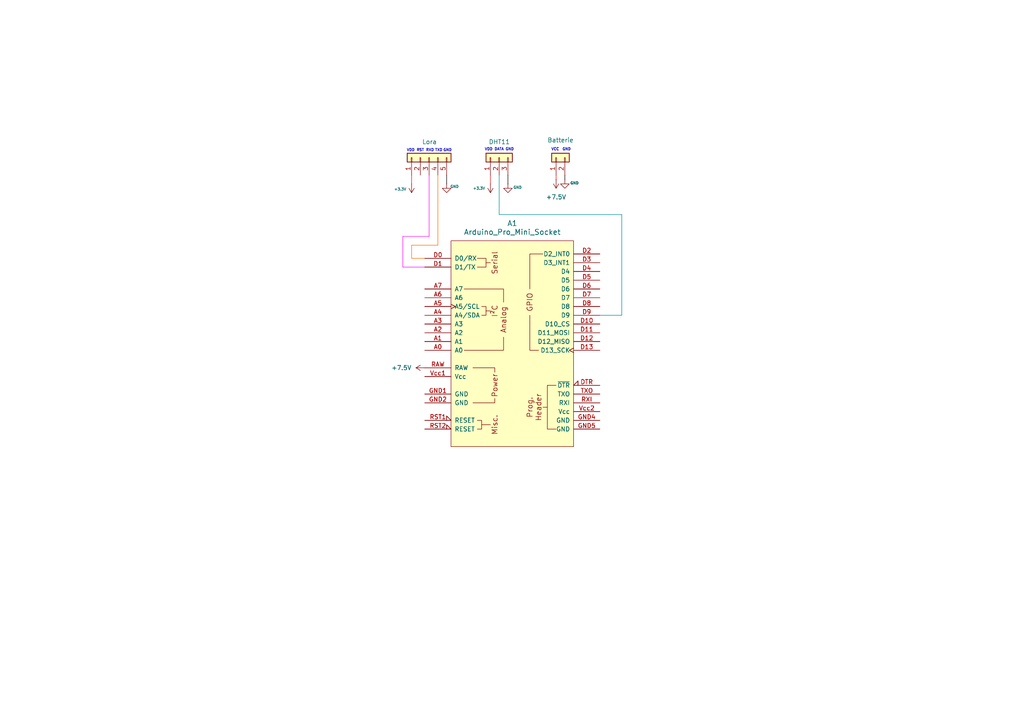
<source format=kicad_sch>
(kicad_sch
	(version 20250114)
	(generator "eeschema")
	(generator_version "9.0")
	(uuid "7caf8978-ebce-4730-ad25-e61529cd09d7")
	(paper "A4")
	(lib_symbols
		(symbol "Connector_Generic:Conn_01x02"
			(pin_names
				(offset 1.016)
				(hide yes)
			)
			(exclude_from_sim no)
			(in_bom yes)
			(on_board yes)
			(property "Reference" "J"
				(at 0 2.54 0)
				(effects
					(font
						(size 1.27 1.27)
					)
				)
			)
			(property "Value" "Conn_01x02"
				(at 0 -5.08 0)
				(effects
					(font
						(size 1.27 1.27)
					)
				)
			)
			(property "Footprint" ""
				(at 0 0 0)
				(effects
					(font
						(size 1.27 1.27)
					)
					(hide yes)
				)
			)
			(property "Datasheet" "~"
				(at 0 0 0)
				(effects
					(font
						(size 1.27 1.27)
					)
					(hide yes)
				)
			)
			(property "Description" "Generic connector, single row, 01x02, script generated (kicad-library-utils/schlib/autogen/connector/)"
				(at 0 0 0)
				(effects
					(font
						(size 1.27 1.27)
					)
					(hide yes)
				)
			)
			(property "ki_keywords" "connector"
				(at 0 0 0)
				(effects
					(font
						(size 1.27 1.27)
					)
					(hide yes)
				)
			)
			(property "ki_fp_filters" "Connector*:*_1x??_*"
				(at 0 0 0)
				(effects
					(font
						(size 1.27 1.27)
					)
					(hide yes)
				)
			)
			(symbol "Conn_01x02_1_1"
				(rectangle
					(start -1.27 1.27)
					(end 1.27 -3.81)
					(stroke
						(width 0.254)
						(type default)
					)
					(fill
						(type background)
					)
				)
				(rectangle
					(start -1.27 0.127)
					(end 0 -0.127)
					(stroke
						(width 0.1524)
						(type default)
					)
					(fill
						(type none)
					)
				)
				(rectangle
					(start -1.27 -2.413)
					(end 0 -2.667)
					(stroke
						(width 0.1524)
						(type default)
					)
					(fill
						(type none)
					)
				)
				(pin passive line
					(at -5.08 0 0)
					(length 3.81)
					(name "Pin_1"
						(effects
							(font
								(size 1.27 1.27)
							)
						)
					)
					(number "1"
						(effects
							(font
								(size 1.27 1.27)
							)
						)
					)
				)
				(pin passive line
					(at -5.08 -2.54 0)
					(length 3.81)
					(name "Pin_2"
						(effects
							(font
								(size 1.27 1.27)
							)
						)
					)
					(number "2"
						(effects
							(font
								(size 1.27 1.27)
							)
						)
					)
				)
			)
			(embedded_fonts no)
		)
		(symbol "Connector_Generic:Conn_01x03"
			(pin_names
				(offset 1.016)
				(hide yes)
			)
			(exclude_from_sim no)
			(in_bom yes)
			(on_board yes)
			(property "Reference" "J"
				(at 0 5.08 0)
				(effects
					(font
						(size 1.27 1.27)
					)
				)
			)
			(property "Value" "Conn_01x03"
				(at 0 -5.08 0)
				(effects
					(font
						(size 1.27 1.27)
					)
				)
			)
			(property "Footprint" ""
				(at 0 0 0)
				(effects
					(font
						(size 1.27 1.27)
					)
					(hide yes)
				)
			)
			(property "Datasheet" "~"
				(at 0 0 0)
				(effects
					(font
						(size 1.27 1.27)
					)
					(hide yes)
				)
			)
			(property "Description" "Generic connector, single row, 01x03, script generated (kicad-library-utils/schlib/autogen/connector/)"
				(at 0 0 0)
				(effects
					(font
						(size 1.27 1.27)
					)
					(hide yes)
				)
			)
			(property "ki_keywords" "connector"
				(at 0 0 0)
				(effects
					(font
						(size 1.27 1.27)
					)
					(hide yes)
				)
			)
			(property "ki_fp_filters" "Connector*:*_1x??_*"
				(at 0 0 0)
				(effects
					(font
						(size 1.27 1.27)
					)
					(hide yes)
				)
			)
			(symbol "Conn_01x03_1_1"
				(rectangle
					(start -1.27 3.81)
					(end 1.27 -3.81)
					(stroke
						(width 0.254)
						(type default)
					)
					(fill
						(type background)
					)
				)
				(rectangle
					(start -1.27 2.667)
					(end 0 2.413)
					(stroke
						(width 0.1524)
						(type default)
					)
					(fill
						(type none)
					)
				)
				(rectangle
					(start -1.27 0.127)
					(end 0 -0.127)
					(stroke
						(width 0.1524)
						(type default)
					)
					(fill
						(type none)
					)
				)
				(rectangle
					(start -1.27 -2.413)
					(end 0 -2.667)
					(stroke
						(width 0.1524)
						(type default)
					)
					(fill
						(type none)
					)
				)
				(pin passive line
					(at -5.08 2.54 0)
					(length 3.81)
					(name "Pin_1"
						(effects
							(font
								(size 1.27 1.27)
							)
						)
					)
					(number "1"
						(effects
							(font
								(size 1.27 1.27)
							)
						)
					)
				)
				(pin passive line
					(at -5.08 0 0)
					(length 3.81)
					(name "Pin_2"
						(effects
							(font
								(size 1.27 1.27)
							)
						)
					)
					(number "2"
						(effects
							(font
								(size 1.27 1.27)
							)
						)
					)
				)
				(pin passive line
					(at -5.08 -2.54 0)
					(length 3.81)
					(name "Pin_3"
						(effects
							(font
								(size 1.27 1.27)
							)
						)
					)
					(number "3"
						(effects
							(font
								(size 1.27 1.27)
							)
						)
					)
				)
			)
			(embedded_fonts no)
		)
		(symbol "Connector_Generic:Conn_01x05"
			(pin_names
				(offset 1.016)
				(hide yes)
			)
			(exclude_from_sim no)
			(in_bom yes)
			(on_board yes)
			(property "Reference" "J"
				(at 0 7.62 0)
				(effects
					(font
						(size 1.27 1.27)
					)
				)
			)
			(property "Value" "Conn_01x05"
				(at 0 -7.62 0)
				(effects
					(font
						(size 1.27 1.27)
					)
				)
			)
			(property "Footprint" ""
				(at 0 0 0)
				(effects
					(font
						(size 1.27 1.27)
					)
					(hide yes)
				)
			)
			(property "Datasheet" "~"
				(at 0 0 0)
				(effects
					(font
						(size 1.27 1.27)
					)
					(hide yes)
				)
			)
			(property "Description" "Generic connector, single row, 01x05, script generated (kicad-library-utils/schlib/autogen/connector/)"
				(at 0 0 0)
				(effects
					(font
						(size 1.27 1.27)
					)
					(hide yes)
				)
			)
			(property "ki_keywords" "connector"
				(at 0 0 0)
				(effects
					(font
						(size 1.27 1.27)
					)
					(hide yes)
				)
			)
			(property "ki_fp_filters" "Connector*:*_1x??_*"
				(at 0 0 0)
				(effects
					(font
						(size 1.27 1.27)
					)
					(hide yes)
				)
			)
			(symbol "Conn_01x05_1_1"
				(rectangle
					(start -1.27 6.35)
					(end 1.27 -6.35)
					(stroke
						(width 0.254)
						(type default)
					)
					(fill
						(type background)
					)
				)
				(rectangle
					(start -1.27 5.207)
					(end 0 4.953)
					(stroke
						(width 0.1524)
						(type default)
					)
					(fill
						(type none)
					)
				)
				(rectangle
					(start -1.27 2.667)
					(end 0 2.413)
					(stroke
						(width 0.1524)
						(type default)
					)
					(fill
						(type none)
					)
				)
				(rectangle
					(start -1.27 0.127)
					(end 0 -0.127)
					(stroke
						(width 0.1524)
						(type default)
					)
					(fill
						(type none)
					)
				)
				(rectangle
					(start -1.27 -2.413)
					(end 0 -2.667)
					(stroke
						(width 0.1524)
						(type default)
					)
					(fill
						(type none)
					)
				)
				(rectangle
					(start -1.27 -4.953)
					(end 0 -5.207)
					(stroke
						(width 0.1524)
						(type default)
					)
					(fill
						(type none)
					)
				)
				(pin passive line
					(at -5.08 5.08 0)
					(length 3.81)
					(name "Pin_1"
						(effects
							(font
								(size 1.27 1.27)
							)
						)
					)
					(number "1"
						(effects
							(font
								(size 1.27 1.27)
							)
						)
					)
				)
				(pin passive line
					(at -5.08 2.54 0)
					(length 3.81)
					(name "Pin_2"
						(effects
							(font
								(size 1.27 1.27)
							)
						)
					)
					(number "2"
						(effects
							(font
								(size 1.27 1.27)
							)
						)
					)
				)
				(pin passive line
					(at -5.08 0 0)
					(length 3.81)
					(name "Pin_3"
						(effects
							(font
								(size 1.27 1.27)
							)
						)
					)
					(number "3"
						(effects
							(font
								(size 1.27 1.27)
							)
						)
					)
				)
				(pin passive line
					(at -5.08 -2.54 0)
					(length 3.81)
					(name "Pin_4"
						(effects
							(font
								(size 1.27 1.27)
							)
						)
					)
					(number "4"
						(effects
							(font
								(size 1.27 1.27)
							)
						)
					)
				)
				(pin passive line
					(at -5.08 -5.08 0)
					(length 3.81)
					(name "Pin_5"
						(effects
							(font
								(size 1.27 1.27)
							)
						)
					)
					(number "5"
						(effects
							(font
								(size 1.27 1.27)
							)
						)
					)
				)
			)
			(embedded_fonts no)
		)
		(symbol "arduino:Arduino_Pro_Mini_Socket"
			(pin_names
				(offset 1.016)
			)
			(exclude_from_sim no)
			(in_bom yes)
			(on_board yes)
			(property "Reference" "A"
				(at 0 36.83 0)
				(effects
					(font
						(size 1.524 1.524)
					)
				)
			)
			(property "Value" "Arduino_Pro_Mini_Socket"
				(at 0 33.02 0)
				(effects
					(font
						(size 1.524 1.524)
					)
				)
			)
			(property "Footprint" "PCM_arduino-library:Arduino_Pro_Mini_Socket"
				(at 0 -36.83 0)
				(effects
					(font
						(size 1.524 1.524)
					)
					(hide yes)
				)
			)
			(property "Datasheet" "https://docs.arduino.cc/retired/boards/arduino-pro-mini"
				(at 0 -33.02 0)
				(effects
					(font
						(size 1.524 1.524)
					)
					(hide yes)
				)
			)
			(property "Description" "Socket for Arduino Pro Mini"
				(at 0 0 0)
				(effects
					(font
						(size 1.27 1.27)
					)
					(hide yes)
				)
			)
			(property "ki_keywords" "Arduino MPU Shield"
				(at 0 0 0)
				(effects
					(font
						(size 1.27 1.27)
					)
					(hide yes)
				)
			)
			(property "ki_fp_filters" "Arduino_Pro_Mini_Socket"
				(at 0 0 0)
				(effects
					(font
						(size 1.27 1.27)
					)
					(hide yes)
				)
			)
			(symbol "Arduino_Pro_Mini_Socket_0_0"
				(rectangle
					(start -17.78 30.48)
					(end 17.78 -29.21)
					(stroke
						(width 0)
						(type default)
					)
					(fill
						(type background)
					)
				)
				(polyline
					(pts
						(xy -11.43 -16.51) (xy -5.08 -16.51) (xy -5.08 -15.24)
					)
					(stroke
						(width 0)
						(type default)
					)
					(fill
						(type none)
					)
				)
				(polyline
					(pts
						(xy -10.16 25.4) (xy -7.62 25.4) (xy -7.62 22.86) (xy -10.16 22.86)
					)
					(stroke
						(width 0)
						(type default)
					)
					(fill
						(type none)
					)
				)
				(polyline
					(pts
						(xy -8.89 11.43) (xy -7.62 11.43) (xy -7.62 8.89) (xy -8.89 8.89)
					)
					(stroke
						(width 0)
						(type default)
					)
					(fill
						(type none)
					)
				)
				(polyline
					(pts
						(xy -7.62 24.13) (xy -6.35 24.13)
					)
					(stroke
						(width 0)
						(type default)
					)
					(fill
						(type none)
					)
				)
				(polyline
					(pts
						(xy -7.62 10.16) (xy -6.35 10.16)
					)
					(stroke
						(width 0)
						(type default)
					)
					(fill
						(type none)
					)
				)
				(polyline
					(pts
						(xy -6.35 -22.86) (xy -8.89 -22.86)
					)
					(stroke
						(width 0)
						(type default)
					)
					(fill
						(type none)
					)
				)
				(polyline
					(pts
						(xy -5.08 -7.62) (xy -5.08 -6.35) (xy -11.43 -6.35)
					)
					(stroke
						(width 0)
						(type default)
					)
					(fill
						(type none)
					)
				)
				(polyline
					(pts
						(xy -2.54 12.7) (xy -2.54 16.51) (xy -13.97 16.51)
					)
					(stroke
						(width 0)
						(type default)
					)
					(fill
						(type none)
					)
				)
				(polyline
					(pts
						(xy -2.54 2.54) (xy -2.54 -1.27) (xy -13.97 -1.27)
					)
					(stroke
						(width 0)
						(type default)
					)
					(fill
						(type none)
					)
				)
				(polyline
					(pts
						(xy 12.7 -11.43) (xy 10.16 -11.43) (xy 10.16 -16.51) (xy 10.16 -17.78) (xy 8.89 -17.78) (xy 10.16 -17.78)
						(xy 10.16 -24.13) (xy 12.7 -24.13)
					)
					(stroke
						(width 0)
						(type default)
					)
					(fill
						(type none)
					)
				)
				(text "Serial"
					(at -5.08 24.13 900)
					(effects
						(font
							(size 1.524 1.524)
						)
					)
				)
				(text "I²C"
					(at -5.08 10.16 900)
					(effects
						(font
							(size 1.524 1.524)
						)
					)
				)
				(text "Power"
					(at -5.08 -11.43 900)
					(effects
						(font
							(size 1.524 1.524)
						)
					)
				)
				(text "Misc."
					(at -5.08 -22.86 900)
					(effects
						(font
							(size 1.524 1.524)
						)
					)
				)
				(text "Analog"
					(at -2.54 7.62 900)
					(effects
						(font
							(size 1.524 1.524)
						)
					)
				)
				(text "Prog."
					(at 5.08 -17.78 900)
					(effects
						(font
							(size 1.524 1.524)
						)
					)
				)
				(text "Header"
					(at 7.62 -17.78 900)
					(effects
						(font
							(size 1.524 1.524)
						)
					)
				)
			)
			(symbol "Arduino_Pro_Mini_Socket_0_1"
				(polyline
					(pts
						(xy -10.16 -24.13) (xy -8.89 -24.13) (xy -8.89 -21.59) (xy -10.16 -21.59)
					)
					(stroke
						(width 0)
						(type default)
					)
					(fill
						(type none)
					)
				)
				(polyline
					(pts
						(xy 7.62 -1.27) (xy 5.08 -1.27) (xy 5.08 8.89)
					)
					(stroke
						(width 0)
						(type default)
					)
					(fill
						(type none)
					)
				)
				(polyline
					(pts
						(xy 8.89 26.67) (xy 5.08 26.67) (xy 5.08 16.51)
					)
					(stroke
						(width 0)
						(type default)
					)
					(fill
						(type none)
					)
				)
			)
			(symbol "Arduino_Pro_Mini_Socket_1_0"
				(text "GPIO"
					(at 5.08 12.7 900)
					(effects
						(font
							(size 1.524 1.524)
						)
					)
				)
			)
			(symbol "Arduino_Pro_Mini_Socket_1_1"
				(pin bidirectional line
					(at -25.4 25.4 0)
					(length 7.62)
					(name "D0/RX"
						(effects
							(font
								(size 1.27 1.27)
							)
						)
					)
					(number "D0"
						(effects
							(font
								(size 1.27 1.27)
							)
						)
					)
				)
				(pin bidirectional line
					(at -25.4 22.86 0)
					(length 7.62)
					(name "D1/TX"
						(effects
							(font
								(size 1.27 1.27)
							)
						)
					)
					(number "D1"
						(effects
							(font
								(size 1.27 1.27)
							)
						)
					)
				)
				(pin input line
					(at -25.4 16.51 0)
					(length 7.62)
					(name "A7"
						(effects
							(font
								(size 1.27 1.27)
							)
						)
					)
					(number "A7"
						(effects
							(font
								(size 1.27 1.27)
							)
						)
					)
				)
				(pin input line
					(at -25.4 13.97 0)
					(length 7.62)
					(name "A6"
						(effects
							(font
								(size 1.27 1.27)
							)
						)
					)
					(number "A6"
						(effects
							(font
								(size 1.27 1.27)
							)
						)
					)
				)
				(pin bidirectional clock
					(at -25.4 11.43 0)
					(length 7.62)
					(name "A5/SCL"
						(effects
							(font
								(size 1.27 1.27)
							)
						)
					)
					(number "A5"
						(effects
							(font
								(size 1.27 1.27)
							)
						)
					)
				)
				(pin bidirectional line
					(at -25.4 8.89 0)
					(length 7.62)
					(name "A4/SDA"
						(effects
							(font
								(size 1.27 1.27)
							)
						)
					)
					(number "A4"
						(effects
							(font
								(size 1.27 1.27)
							)
						)
					)
				)
				(pin bidirectional line
					(at -25.4 6.35 0)
					(length 7.62)
					(name "A3"
						(effects
							(font
								(size 1.27 1.27)
							)
						)
					)
					(number "A3"
						(effects
							(font
								(size 1.27 1.27)
							)
						)
					)
				)
				(pin bidirectional line
					(at -25.4 3.81 0)
					(length 7.62)
					(name "A2"
						(effects
							(font
								(size 1.27 1.27)
							)
						)
					)
					(number "A2"
						(effects
							(font
								(size 1.27 1.27)
							)
						)
					)
				)
				(pin bidirectional line
					(at -25.4 1.27 0)
					(length 7.62)
					(name "A1"
						(effects
							(font
								(size 1.27 1.27)
							)
						)
					)
					(number "A1"
						(effects
							(font
								(size 1.27 1.27)
							)
						)
					)
				)
				(pin bidirectional line
					(at -25.4 -1.27 0)
					(length 7.62)
					(name "A0"
						(effects
							(font
								(size 1.27 1.27)
							)
						)
					)
					(number "A0"
						(effects
							(font
								(size 1.27 1.27)
							)
						)
					)
				)
				(pin power_in line
					(at -25.4 -6.35 0)
					(length 7.62)
					(name "RAW"
						(effects
							(font
								(size 1.27 1.27)
							)
						)
					)
					(number "RAW"
						(effects
							(font
								(size 1.27 1.27)
							)
						)
					)
				)
				(pin power_in line
					(at -25.4 -8.89 0)
					(length 7.62)
					(name "Vcc"
						(effects
							(font
								(size 1.27 1.27)
							)
						)
					)
					(number "Vcc1"
						(effects
							(font
								(size 1.27 1.27)
							)
						)
					)
				)
				(pin power_in line
					(at -25.4 -13.97 0)
					(length 7.62)
					(name "GND"
						(effects
							(font
								(size 1.27 1.27)
							)
						)
					)
					(number "GND1"
						(effects
							(font
								(size 1.27 1.27)
							)
						)
					)
				)
				(pin power_in line
					(at -25.4 -16.51 0)
					(length 7.62)
					(name "GND"
						(effects
							(font
								(size 1.27 1.27)
							)
						)
					)
					(number "GND2"
						(effects
							(font
								(size 1.27 1.27)
							)
						)
					)
				)
				(pin open_collector input_low
					(at -25.4 -21.59 0)
					(length 7.62)
					(name "RESET"
						(effects
							(font
								(size 1.27 1.27)
							)
						)
					)
					(number "RST1"
						(effects
							(font
								(size 1.27 1.27)
							)
						)
					)
				)
				(pin open_collector input_low
					(at -25.4 -24.13 0)
					(length 7.62)
					(name "RESET"
						(effects
							(font
								(size 1.27 1.27)
							)
						)
					)
					(number "RST2"
						(effects
							(font
								(size 1.27 1.27)
							)
						)
					)
				)
				(pin bidirectional line
					(at 25.4 26.67 180)
					(length 7.62)
					(name "D2_INT0"
						(effects
							(font
								(size 1.27 1.27)
							)
						)
					)
					(number "D2"
						(effects
							(font
								(size 1.27 1.27)
							)
						)
					)
				)
				(pin bidirectional line
					(at 25.4 24.13 180)
					(length 7.62)
					(name "D3_INT1"
						(effects
							(font
								(size 1.27 1.27)
							)
						)
					)
					(number "D3"
						(effects
							(font
								(size 1.27 1.27)
							)
						)
					)
				)
				(pin bidirectional line
					(at 25.4 21.59 180)
					(length 7.62)
					(name "D4"
						(effects
							(font
								(size 1.27 1.27)
							)
						)
					)
					(number "D4"
						(effects
							(font
								(size 1.27 1.27)
							)
						)
					)
				)
				(pin bidirectional line
					(at 25.4 19.05 180)
					(length 7.62)
					(name "D5"
						(effects
							(font
								(size 1.27 1.27)
							)
						)
					)
					(number "D5"
						(effects
							(font
								(size 1.27 1.27)
							)
						)
					)
				)
				(pin bidirectional line
					(at 25.4 16.51 180)
					(length 7.62)
					(name "D6"
						(effects
							(font
								(size 1.27 1.27)
							)
						)
					)
					(number "D6"
						(effects
							(font
								(size 1.27 1.27)
							)
						)
					)
				)
				(pin bidirectional line
					(at 25.4 13.97 180)
					(length 7.62)
					(name "D7"
						(effects
							(font
								(size 1.27 1.27)
							)
						)
					)
					(number "D7"
						(effects
							(font
								(size 1.27 1.27)
							)
						)
					)
				)
				(pin bidirectional line
					(at 25.4 11.43 180)
					(length 7.62)
					(name "D8"
						(effects
							(font
								(size 1.27 1.27)
							)
						)
					)
					(number "D8"
						(effects
							(font
								(size 1.27 1.27)
							)
						)
					)
				)
				(pin bidirectional line
					(at 25.4 8.89 180)
					(length 7.62)
					(name "D9"
						(effects
							(font
								(size 1.27 1.27)
							)
						)
					)
					(number "D9"
						(effects
							(font
								(size 1.27 1.27)
							)
						)
					)
				)
				(pin bidirectional line
					(at 25.4 6.35 180)
					(length 7.62)
					(name "D10_CS"
						(effects
							(font
								(size 1.27 1.27)
							)
						)
					)
					(number "D10"
						(effects
							(font
								(size 1.27 1.27)
							)
						)
					)
				)
				(pin bidirectional line
					(at 25.4 3.81 180)
					(length 7.62)
					(name "D11_MOSI"
						(effects
							(font
								(size 1.27 1.27)
							)
						)
					)
					(number "D11"
						(effects
							(font
								(size 1.27 1.27)
							)
						)
					)
				)
				(pin bidirectional line
					(at 25.4 1.27 180)
					(length 7.62)
					(name "D12_MISO"
						(effects
							(font
								(size 1.27 1.27)
							)
						)
					)
					(number "D12"
						(effects
							(font
								(size 1.27 1.27)
							)
						)
					)
				)
				(pin bidirectional clock
					(at 25.4 -1.27 180)
					(length 7.62)
					(name "D13_SCK"
						(effects
							(font
								(size 1.27 1.27)
							)
						)
					)
					(number "D13"
						(effects
							(font
								(size 1.27 1.27)
							)
						)
					)
				)
				(pin input input_low
					(at 25.4 -11.43 180)
					(length 7.62)
					(name "~{DTR}"
						(effects
							(font
								(size 1.27 1.27)
							)
						)
					)
					(number "DTR"
						(effects
							(font
								(size 1.27 1.27)
							)
						)
					)
				)
				(pin output line
					(at 25.4 -13.97 180)
					(length 7.62)
					(name "TXO"
						(effects
							(font
								(size 1.27 1.27)
							)
						)
					)
					(number "TXO"
						(effects
							(font
								(size 1.27 1.27)
							)
						)
					)
				)
				(pin input line
					(at 25.4 -16.51 180)
					(length 7.62)
					(name "RXI"
						(effects
							(font
								(size 1.27 1.27)
							)
						)
					)
					(number "RXI"
						(effects
							(font
								(size 1.27 1.27)
							)
						)
					)
				)
				(pin power_in line
					(at 25.4 -19.05 180)
					(length 7.62)
					(name "Vcc"
						(effects
							(font
								(size 1.27 1.27)
							)
						)
					)
					(number "Vcc2"
						(effects
							(font
								(size 1.27 1.27)
							)
						)
					)
				)
				(pin power_in line
					(at 25.4 -21.59 180)
					(length 7.62)
					(name "GND"
						(effects
							(font
								(size 1.27 1.27)
							)
						)
					)
					(number "GND4"
						(effects
							(font
								(size 1.27 1.27)
							)
						)
					)
				)
				(pin power_in line
					(at 25.4 -24.13 180)
					(length 7.62)
					(name "GND"
						(effects
							(font
								(size 1.27 1.27)
							)
						)
					)
					(number "GND5"
						(effects
							(font
								(size 1.27 1.27)
							)
						)
					)
				)
			)
			(embedded_fonts no)
		)
		(symbol "power:+3.3V"
			(power)
			(pin_numbers
				(hide yes)
			)
			(pin_names
				(offset 0)
				(hide yes)
			)
			(exclude_from_sim no)
			(in_bom yes)
			(on_board yes)
			(property "Reference" "#PWR"
				(at 0 -3.81 0)
				(effects
					(font
						(size 1.27 1.27)
					)
					(hide yes)
				)
			)
			(property "Value" "+3.3V"
				(at 0 3.556 0)
				(effects
					(font
						(size 1.27 1.27)
					)
				)
			)
			(property "Footprint" ""
				(at 0 0 0)
				(effects
					(font
						(size 1.27 1.27)
					)
					(hide yes)
				)
			)
			(property "Datasheet" ""
				(at 0 0 0)
				(effects
					(font
						(size 1.27 1.27)
					)
					(hide yes)
				)
			)
			(property "Description" "Power symbol creates a global label with name \"+3.3V\""
				(at 0 0 0)
				(effects
					(font
						(size 1.27 1.27)
					)
					(hide yes)
				)
			)
			(property "ki_keywords" "global power"
				(at 0 0 0)
				(effects
					(font
						(size 1.27 1.27)
					)
					(hide yes)
				)
			)
			(symbol "+3.3V_0_1"
				(polyline
					(pts
						(xy -0.762 1.27) (xy 0 2.54)
					)
					(stroke
						(width 0)
						(type default)
					)
					(fill
						(type none)
					)
				)
				(polyline
					(pts
						(xy 0 2.54) (xy 0.762 1.27)
					)
					(stroke
						(width 0)
						(type default)
					)
					(fill
						(type none)
					)
				)
				(polyline
					(pts
						(xy 0 0) (xy 0 2.54)
					)
					(stroke
						(width 0)
						(type default)
					)
					(fill
						(type none)
					)
				)
			)
			(symbol "+3.3V_1_1"
				(pin power_in line
					(at 0 0 90)
					(length 0)
					(name "~"
						(effects
							(font
								(size 1.27 1.27)
							)
						)
					)
					(number "1"
						(effects
							(font
								(size 1.27 1.27)
							)
						)
					)
				)
			)
			(embedded_fonts no)
		)
		(symbol "power:+7.5V"
			(power)
			(pin_numbers
				(hide yes)
			)
			(pin_names
				(offset 0)
				(hide yes)
			)
			(exclude_from_sim no)
			(in_bom yes)
			(on_board yes)
			(property "Reference" "#PWR"
				(at 0 -3.81 0)
				(effects
					(font
						(size 1.27 1.27)
					)
					(hide yes)
				)
			)
			(property "Value" "+7.5V"
				(at 0 3.556 0)
				(effects
					(font
						(size 1.27 1.27)
					)
				)
			)
			(property "Footprint" ""
				(at 0 0 0)
				(effects
					(font
						(size 1.27 1.27)
					)
					(hide yes)
				)
			)
			(property "Datasheet" ""
				(at 0 0 0)
				(effects
					(font
						(size 1.27 1.27)
					)
					(hide yes)
				)
			)
			(property "Description" "Power symbol creates a global label with name \"+7.5V\""
				(at 0 0 0)
				(effects
					(font
						(size 1.27 1.27)
					)
					(hide yes)
				)
			)
			(property "ki_keywords" "global power"
				(at 0 0 0)
				(effects
					(font
						(size 1.27 1.27)
					)
					(hide yes)
				)
			)
			(symbol "+7.5V_0_1"
				(polyline
					(pts
						(xy -0.762 1.27) (xy 0 2.54)
					)
					(stroke
						(width 0)
						(type default)
					)
					(fill
						(type none)
					)
				)
				(polyline
					(pts
						(xy 0 2.54) (xy 0.762 1.27)
					)
					(stroke
						(width 0)
						(type default)
					)
					(fill
						(type none)
					)
				)
				(polyline
					(pts
						(xy 0 0) (xy 0 2.54)
					)
					(stroke
						(width 0)
						(type default)
					)
					(fill
						(type none)
					)
				)
			)
			(symbol "+7.5V_1_1"
				(pin power_in line
					(at 0 0 90)
					(length 0)
					(name "~"
						(effects
							(font
								(size 1.27 1.27)
							)
						)
					)
					(number "1"
						(effects
							(font
								(size 1.27 1.27)
							)
						)
					)
				)
			)
			(embedded_fonts no)
		)
		(symbol "power:GND"
			(power)
			(pin_numbers
				(hide yes)
			)
			(pin_names
				(offset 0)
				(hide yes)
			)
			(exclude_from_sim no)
			(in_bom yes)
			(on_board yes)
			(property "Reference" "#PWR"
				(at 0 -6.35 0)
				(effects
					(font
						(size 1.27 1.27)
					)
					(hide yes)
				)
			)
			(property "Value" "GND"
				(at 0 -3.81 0)
				(effects
					(font
						(size 1.27 1.27)
					)
				)
			)
			(property "Footprint" ""
				(at 0 0 0)
				(effects
					(font
						(size 1.27 1.27)
					)
					(hide yes)
				)
			)
			(property "Datasheet" ""
				(at 0 0 0)
				(effects
					(font
						(size 1.27 1.27)
					)
					(hide yes)
				)
			)
			(property "Description" "Power symbol creates a global label with name \"GND\" , ground"
				(at 0 0 0)
				(effects
					(font
						(size 1.27 1.27)
					)
					(hide yes)
				)
			)
			(property "ki_keywords" "global power"
				(at 0 0 0)
				(effects
					(font
						(size 1.27 1.27)
					)
					(hide yes)
				)
			)
			(symbol "GND_0_1"
				(polyline
					(pts
						(xy 0 0) (xy 0 -1.27) (xy 1.27 -1.27) (xy 0 -2.54) (xy -1.27 -1.27) (xy 0 -1.27)
					)
					(stroke
						(width 0)
						(type default)
					)
					(fill
						(type none)
					)
				)
			)
			(symbol "GND_1_1"
				(pin power_in line
					(at 0 0 270)
					(length 0)
					(name "~"
						(effects
							(font
								(size 1.27 1.27)
							)
						)
					)
					(number "1"
						(effects
							(font
								(size 1.27 1.27)
							)
						)
					)
				)
			)
			(embedded_fonts no)
		)
	)
	(text "VCC"
		(exclude_from_sim no)
		(at 161.036 43.434 0)
		(effects
			(font
				(size 0.762 0.762)
			)
		)
		(uuid "023a021c-15ad-495e-a8fc-f65a78399792")
	)
	(text "GND"
		(exclude_from_sim no)
		(at 147.828 43.434 0)
		(effects
			(font
				(size 0.762 0.762)
			)
		)
		(uuid "0cd5b9c1-35c1-401b-ad3e-64b946a078ae")
	)
	(text "TXD"
		(exclude_from_sim no)
		(at 127.254 43.688 0)
		(effects
			(font
				(size 0.762 0.762)
			)
		)
		(uuid "46e917e5-f05d-4426-91e7-91c612ece025")
	)
	(text "GND\n"
		(exclude_from_sim no)
		(at 129.794 43.688 0)
		(effects
			(font
				(size 0.762 0.762)
			)
		)
		(uuid "68d7ec9e-c1f7-45f8-b104-69bf8db1b221")
	)
	(text "VDD"
		(exclude_from_sim no)
		(at 141.732 43.434 0)
		(effects
			(font
				(size 0.762 0.762)
			)
		)
		(uuid "85c5dea5-39dd-4e19-bcaf-e6d880f48bae")
	)
	(text "DATA"
		(exclude_from_sim no)
		(at 144.78 43.434 0)
		(effects
			(font
				(size 0.762 0.762)
			)
		)
		(uuid "c116bd13-e5bf-463d-9580-0739b261352b")
	)
	(text "RXD"
		(exclude_from_sim no)
		(at 124.714 43.688 0)
		(effects
			(font
				(size 0.762 0.762)
			)
		)
		(uuid "e6a37a20-05b4-4571-aa8e-222c7935b1c6")
	)
	(text "RST"
		(exclude_from_sim no)
		(at 121.92 43.688 0)
		(effects
			(font
				(size 0.762 0.762)
			)
		)
		(uuid "e8cfa590-83b8-477c-b52a-e037d55ab002")
	)
	(text "GND"
		(exclude_from_sim no)
		(at 164.338 43.434 0)
		(effects
			(font
				(size 0.762 0.762)
			)
		)
		(uuid "eb644fbf-ffe7-47c1-a444-9e2a91b3f222")
	)
	(text "VDD\n"
		(exclude_from_sim no)
		(at 119.126 43.688 0)
		(effects
			(font
				(size 0.762 0.762)
			)
		)
		(uuid "f3780441-4913-4480-860b-fdad214cab63")
	)
	(wire
		(pts
			(xy 127 50.8) (xy 127 71.12)
		)
		(stroke
			(width 0)
			(type default)
			(color 255 106 0 1)
		)
		(uuid "023c4a19-ddbb-4208-93c8-c94aa5ddec54")
	)
	(wire
		(pts
			(xy 161.29 52.07) (xy 161.29 50.8)
		)
		(stroke
			(width 0)
			(type default)
			(color 255 0 0 1)
		)
		(uuid "0e2eeeca-50f6-49d1-b4a7-d9cc3aec044c")
	)
	(wire
		(pts
			(xy 116.84 77.47) (xy 123.19 77.47)
		)
		(stroke
			(width 0)
			(type default)
			(color 255 0 255 1)
		)
		(uuid "342ef691-9fd1-47ba-9c53-b5176228d8be")
	)
	(wire
		(pts
			(xy 129.54 50.8) (xy 129.54 53.34)
		)
		(stroke
			(width 0)
			(type default)
			(color 0 0 0 1)
		)
		(uuid "5cdf92c0-d590-4529-994c-5b5c0522288c")
	)
	(wire
		(pts
			(xy 119.38 74.93) (xy 123.19 74.93)
		)
		(stroke
			(width 0)
			(type default)
			(color 255 106 0 1)
		)
		(uuid "69cb8f02-d3b2-4255-ae8b-b843fec732c9")
	)
	(wire
		(pts
			(xy 144.78 50.8) (xy 144.78 62.23)
		)
		(stroke
			(width 0)
			(type default)
			(color 0 144 144 1)
		)
		(uuid "75b1eedf-05e5-4335-8718-08b9e4f55107")
	)
	(wire
		(pts
			(xy 124.46 68.58) (xy 116.84 68.58)
		)
		(stroke
			(width 0)
			(type default)
			(color 255 0 255 1)
		)
		(uuid "78ef4cc4-4575-489f-a4ae-2cb36bea8deb")
	)
	(wire
		(pts
			(xy 127 71.12) (xy 119.38 71.12)
		)
		(stroke
			(width 0)
			(type default)
			(color 255 106 0 1)
		)
		(uuid "8ac5a35d-86d9-4074-9925-7f6e4598959e")
	)
	(wire
		(pts
			(xy 144.78 62.23) (xy 180.34 62.23)
		)
		(stroke
			(width 0)
			(type default)
			(color 0 144 144 1)
		)
		(uuid "b7d55959-4e6b-416b-a502-b2ae9bd1ab8b")
	)
	(wire
		(pts
			(xy 116.84 68.58) (xy 116.84 77.47)
		)
		(stroke
			(width 0)
			(type default)
			(color 255 0 255 1)
		)
		(uuid "bec9e148-7a99-405a-821e-bb903ccef9a5")
	)
	(wire
		(pts
			(xy 142.24 50.8) (xy 142.24 53.34)
		)
		(stroke
			(width 0)
			(type default)
			(color 255 0 0 1)
		)
		(uuid "c843f0ab-87ce-4f36-a1b7-b9cd05b79216")
	)
	(wire
		(pts
			(xy 119.38 71.12) (xy 119.38 74.93)
		)
		(stroke
			(width 0)
			(type default)
			(color 255 106 0 1)
		)
		(uuid "d0bae90e-b3a1-4cb9-bcd4-2332407fde58")
	)
	(wire
		(pts
			(xy 180.34 62.23) (xy 180.34 91.44)
		)
		(stroke
			(width 0)
			(type default)
			(color 0 144 144 1)
		)
		(uuid "d7998615-46df-4fa6-987f-1aea4d4201a9")
	)
	(wire
		(pts
			(xy 180.34 91.44) (xy 173.99 91.44)
		)
		(stroke
			(width 0)
			(type default)
			(color 0 144 144 1)
		)
		(uuid "db4e2fb2-4f53-48df-9cc4-3dbf5b06fc4b")
	)
	(wire
		(pts
			(xy 147.32 50.8) (xy 147.32 53.34)
		)
		(stroke
			(width 0)
			(type default)
			(color 0 0 0 1)
		)
		(uuid "e49e5a15-1477-46ce-8210-ee8f90dd5475")
	)
	(wire
		(pts
			(xy 163.83 52.07) (xy 163.83 50.8)
		)
		(stroke
			(width 0)
			(type default)
			(color 0 0 0 1)
		)
		(uuid "f05d6584-5f19-4c57-910d-8a5ba1fcea13")
	)
	(wire
		(pts
			(xy 124.46 50.8) (xy 124.46 68.58)
		)
		(stroke
			(width 0)
			(type default)
			(color 255 0 255 1)
		)
		(uuid "f7e55bfc-cf85-409c-822a-a4de5b0ab86b")
	)
	(wire
		(pts
			(xy 119.38 50.8) (xy 119.38 53.34)
		)
		(stroke
			(width 0)
			(type default)
			(color 255 0 0 1)
		)
		(uuid "f83fbd1f-29be-4f25-aa0a-fe71bc721e0e")
	)
	(symbol
		(lib_id "Connector_Generic:Conn_01x03")
		(at 144.78 45.72 90)
		(unit 1)
		(exclude_from_sim no)
		(in_bom yes)
		(on_board yes)
		(dnp no)
		(uuid "2fbff897-7e0c-40d1-a37a-3f420d1b1a98")
		(property "Reference" "DHT11"
			(at 141.732 41.148 90)
			(effects
				(font
					(size 1.27 1.27)
				)
				(justify right)
			)
		)
		(property "Value" "Conn_01x03"
			(at 146.0499 43.18 0)
			(effects
				(font
					(size 1.27 1.27)
				)
				(justify left)
				(hide yes)
			)
		)
		(property "Footprint" ""
			(at 144.78 45.72 0)
			(effects
				(font
					(size 1.27 1.27)
				)
				(hide yes)
			)
		)
		(property "Datasheet" "~"
			(at 144.78 45.72 0)
			(effects
				(font
					(size 1.27 1.27)
				)
				(hide yes)
			)
		)
		(property "Description" "Generic connector, single row, 01x03, script generated (kicad-library-utils/schlib/autogen/connector/)"
			(at 144.78 45.72 0)
			(effects
				(font
					(size 1.27 1.27)
				)
				(hide yes)
			)
		)
		(pin "2"
			(uuid "47181e81-7b5d-4bb1-ac8c-23376da852aa")
		)
		(pin "1"
			(uuid "ebdcfa6f-b4b4-4050-9f13-7d4b5e9ac2ad")
		)
		(pin "3"
			(uuid "8e76ec0f-cf72-4f98-a31a-8027f5c06844")
		)
		(instances
			(project ""
				(path "/7caf8978-ebce-4730-ad25-e61529cd09d7"
					(reference "DHT11")
					(unit 1)
				)
			)
		)
	)
	(symbol
		(lib_id "power:GND")
		(at 129.54 53.34 0)
		(unit 1)
		(exclude_from_sim no)
		(in_bom yes)
		(on_board yes)
		(dnp no)
		(uuid "42a38ecc-61c8-48e1-bf45-211233a12db1")
		(property "Reference" "#PWR01"
			(at 129.54 59.69 0)
			(effects
				(font
					(size 1.27 1.27)
				)
				(hide yes)
			)
		)
		(property "Value" "GND"
			(at 131.826 54.102 0)
			(effects
				(font
					(size 0.762 0.762)
				)
			)
		)
		(property "Footprint" ""
			(at 129.54 53.34 0)
			(effects
				(font
					(size 1.27 1.27)
				)
				(hide yes)
			)
		)
		(property "Datasheet" ""
			(at 129.54 53.34 0)
			(effects
				(font
					(size 1.27 1.27)
				)
				(hide yes)
			)
		)
		(property "Description" "Power symbol creates a global label with name \"GND\" , ground"
			(at 129.54 53.34 0)
			(effects
				(font
					(size 1.27 1.27)
				)
				(hide yes)
			)
		)
		(pin "1"
			(uuid "8cac2a62-0874-4814-80f0-7c421901e285")
		)
		(instances
			(project ""
				(path "/7caf8978-ebce-4730-ad25-e61529cd09d7"
					(reference "#PWR01")
					(unit 1)
				)
			)
		)
	)
	(symbol
		(lib_id "power:+7.5V")
		(at 123.19 106.68 90)
		(unit 1)
		(exclude_from_sim no)
		(in_bom yes)
		(on_board yes)
		(dnp no)
		(fields_autoplaced yes)
		(uuid "4881185d-daef-492c-9d1a-a8660d4eddcb")
		(property "Reference" "#PWR07"
			(at 127 106.68 0)
			(effects
				(font
					(size 1.27 1.27)
				)
				(hide yes)
			)
		)
		(property "Value" "+7.5V"
			(at 119.38 106.6799 90)
			(effects
				(font
					(size 1.27 1.27)
				)
				(justify left)
			)
		)
		(property "Footprint" ""
			(at 123.19 106.68 0)
			(effects
				(font
					(size 1.27 1.27)
				)
				(hide yes)
			)
		)
		(property "Datasheet" ""
			(at 123.19 106.68 0)
			(effects
				(font
					(size 1.27 1.27)
				)
				(hide yes)
			)
		)
		(property "Description" "Power symbol creates a global label with name \"+7.5V\""
			(at 123.19 106.68 0)
			(effects
				(font
					(size 1.27 1.27)
				)
				(hide yes)
			)
		)
		(pin "1"
			(uuid "87832247-226f-4e32-af96-5015a30f75e1")
		)
		(instances
			(project "Case_3"
				(path "/7caf8978-ebce-4730-ad25-e61529cd09d7"
					(reference "#PWR07")
					(unit 1)
				)
			)
		)
	)
	(symbol
		(lib_id "power:+3.3V")
		(at 142.24 53.34 180)
		(unit 1)
		(exclude_from_sim no)
		(in_bom yes)
		(on_board yes)
		(dnp no)
		(uuid "620b7c13-e27c-4e19-9df5-b4ef2dba86fa")
		(property "Reference" "#PWR04"
			(at 142.24 49.53 0)
			(effects
				(font
					(size 1.27 1.27)
				)
				(hide yes)
			)
		)
		(property "Value" "+3.3V"
			(at 138.938 54.61 0)
			(effects
				(font
					(size 0.762 0.762)
				)
			)
		)
		(property "Footprint" ""
			(at 142.24 53.34 0)
			(effects
				(font
					(size 1.27 1.27)
				)
				(hide yes)
			)
		)
		(property "Datasheet" ""
			(at 142.24 53.34 0)
			(effects
				(font
					(size 1.27 1.27)
				)
				(hide yes)
			)
		)
		(property "Description" "Power symbol creates a global label with name \"+3.3V\""
			(at 142.24 53.34 0)
			(effects
				(font
					(size 1.27 1.27)
				)
				(hide yes)
			)
		)
		(pin "1"
			(uuid "b1a1fe69-8b8f-4e48-b525-71b3f4bd8e54")
		)
		(instances
			(project "ardupromini"
				(path "/7caf8978-ebce-4730-ad25-e61529cd09d7"
					(reference "#PWR04")
					(unit 1)
				)
			)
		)
	)
	(symbol
		(lib_id "arduino:Arduino_Pro_Mini_Socket")
		(at 148.59 100.33 0)
		(unit 1)
		(exclude_from_sim no)
		(in_bom yes)
		(on_board yes)
		(dnp no)
		(fields_autoplaced yes)
		(uuid "7abb37ac-04e2-4264-b545-8beac790dc69")
		(property "Reference" "A1"
			(at 148.59 64.77 0)
			(effects
				(font
					(size 1.524 1.524)
				)
			)
		)
		(property "Value" "Arduino_Pro_Mini_Socket"
			(at 148.59 67.31 0)
			(effects
				(font
					(size 1.524 1.524)
				)
			)
		)
		(property "Footprint" "PCM_arduino-library:Arduino_Pro_Mini_Socket"
			(at 148.59 137.16 0)
			(effects
				(font
					(size 1.524 1.524)
				)
				(hide yes)
			)
		)
		(property "Datasheet" "https://docs.arduino.cc/retired/boards/arduino-pro-mini"
			(at 148.59 133.35 0)
			(effects
				(font
					(size 1.524 1.524)
				)
				(hide yes)
			)
		)
		(property "Description" "Socket for Arduino Pro Mini"
			(at 148.59 100.33 0)
			(effects
				(font
					(size 1.27 1.27)
				)
				(hide yes)
			)
		)
		(pin "D2"
			(uuid "06e389d8-9484-4d1a-a57c-10f5babd7e46")
		)
		(pin "D3"
			(uuid "49a61b2b-c4d3-44d8-8022-bc6f863f703b")
		)
		(pin "A2"
			(uuid "194f90ec-200f-46f9-b34e-330ac3d3bd69")
		)
		(pin "D7"
			(uuid "c31d23e8-b65e-4ea4-bcfb-1d5fdcc0a1dd")
		)
		(pin "D11"
			(uuid "0faedde3-7a35-429d-8ec1-74ceaf1814ea")
		)
		(pin "RST1"
			(uuid "6f681c42-e695-4d54-bd10-f61b4d9634ad")
		)
		(pin "GND2"
			(uuid "2b18c313-c9fa-48f7-bc23-343df52e282c")
		)
		(pin "DTR"
			(uuid "5e5dc46c-18ad-4d89-83f6-5ba212353ac0")
		)
		(pin "D10"
			(uuid "02bbf5eb-2150-4d9e-a07c-806dc13bd570")
		)
		(pin "TXO"
			(uuid "109a8ff2-0210-4d12-aefd-755b904825e5")
		)
		(pin "D8"
			(uuid "f9e4a9fe-bccc-447a-9537-93475e6e003e")
		)
		(pin "A7"
			(uuid "2e5b31a7-90aa-43b6-bd3a-c996238c5557")
		)
		(pin "Vcc2"
			(uuid "2babb99a-2cc0-4f60-90f3-0caf2f2bbf62")
		)
		(pin "A6"
			(uuid "1b875e38-4eae-4f2b-9868-84b99e0b3ce2")
		)
		(pin "A4"
			(uuid "10c41f12-a58f-498f-9625-1d77251fcf6e")
		)
		(pin "D1"
			(uuid "742b7e84-2092-4cec-ba6e-f4ed367745f1")
		)
		(pin "A5"
			(uuid "905cace8-e877-4648-82e7-b8022bae5aee")
		)
		(pin "D9"
			(uuid "bb2bb855-f95f-400d-947c-f96fba035bf6")
		)
		(pin "GND4"
			(uuid "8d6942b0-0863-4fd8-b2e8-a3e176a65d8f")
		)
		(pin "RAW"
			(uuid "43480f96-495b-4a09-bc54-f7deac2f5fe3")
		)
		(pin "Vcc1"
			(uuid "fb13afc0-594a-4bb1-a4e8-62ce2fb4b1b5")
		)
		(pin "A1"
			(uuid "d1cbb8c8-6c58-4393-9438-ea4cd1ac9646")
		)
		(pin "D12"
			(uuid "06f3c013-194a-45b4-b93d-3d4878740732")
		)
		(pin "A3"
			(uuid "bf56b5da-309d-4527-8edf-33241305727e")
		)
		(pin "RXI"
			(uuid "86028c27-128c-4f14-a747-4f2d9dbc6139")
		)
		(pin "D6"
			(uuid "7a1b2582-de45-4e84-a911-8649da7d23a5")
		)
		(pin "RST2"
			(uuid "3daf8242-d016-4c8e-a999-1ff1c1ab8b4f")
		)
		(pin "A0"
			(uuid "eec616c4-fad9-4e5f-84bf-9fbce71bc02e")
		)
		(pin "D4"
			(uuid "82c14a25-0fa3-4fe9-bab6-2b3d518d9684")
		)
		(pin "D5"
			(uuid "8741804f-d35b-4a72-b0cd-8d97b8864908")
		)
		(pin "GND1"
			(uuid "faec7666-df72-4caf-b522-a5069a13ec0f")
		)
		(pin "GND5"
			(uuid "4b966c48-0711-4bb2-ae60-3407d499ad14")
		)
		(pin "D13"
			(uuid "a9423732-98f4-4345-bcb8-53f049a698a3")
		)
		(pin "D0"
			(uuid "693df3c9-ec59-4480-8ff3-1cbbc1c6ab6f")
		)
		(instances
			(project ""
				(path "/7caf8978-ebce-4730-ad25-e61529cd09d7"
					(reference "A1")
					(unit 1)
				)
			)
		)
	)
	(symbol
		(lib_id "power:GND")
		(at 163.83 52.07 0)
		(unit 1)
		(exclude_from_sim no)
		(in_bom yes)
		(on_board yes)
		(dnp no)
		(uuid "802cecc2-c3b8-4167-a7eb-7aa0c82f32d0")
		(property "Reference" "#PWR05"
			(at 163.83 58.42 0)
			(effects
				(font
					(size 1.27 1.27)
				)
				(hide yes)
			)
		)
		(property "Value" "GND"
			(at 166.624 53.086 0)
			(effects
				(font
					(size 0.762 0.762)
				)
			)
		)
		(property "Footprint" ""
			(at 163.83 52.07 0)
			(effects
				(font
					(size 1.27 1.27)
				)
				(hide yes)
			)
		)
		(property "Datasheet" ""
			(at 163.83 52.07 0)
			(effects
				(font
					(size 1.27 1.27)
				)
				(hide yes)
			)
		)
		(property "Description" "Power symbol creates a global label with name \"GND\" , ground"
			(at 163.83 52.07 0)
			(effects
				(font
					(size 1.27 1.27)
				)
				(hide yes)
			)
		)
		(pin "1"
			(uuid "237d785c-0c8d-4699-8b85-d86f898a473d")
		)
		(instances
			(project "ardupromini"
				(path "/7caf8978-ebce-4730-ad25-e61529cd09d7"
					(reference "#PWR05")
					(unit 1)
				)
			)
		)
	)
	(symbol
		(lib_id "power:GND")
		(at 147.32 53.34 0)
		(unit 1)
		(exclude_from_sim no)
		(in_bom yes)
		(on_board yes)
		(dnp no)
		(uuid "864a1978-b833-4bf9-b295-1c4999a636ae")
		(property "Reference" "#PWR02"
			(at 147.32 59.69 0)
			(effects
				(font
					(size 1.27 1.27)
				)
				(hide yes)
			)
		)
		(property "Value" "GND"
			(at 150.114 54.356 0)
			(effects
				(font
					(size 0.762 0.762)
				)
			)
		)
		(property "Footprint" ""
			(at 147.32 53.34 0)
			(effects
				(font
					(size 1.27 1.27)
				)
				(hide yes)
			)
		)
		(property "Datasheet" ""
			(at 147.32 53.34 0)
			(effects
				(font
					(size 1.27 1.27)
				)
				(hide yes)
			)
		)
		(property "Description" "Power symbol creates a global label with name \"GND\" , ground"
			(at 147.32 53.34 0)
			(effects
				(font
					(size 1.27 1.27)
				)
				(hide yes)
			)
		)
		(pin "1"
			(uuid "e91011f5-7c8a-47c1-bf00-37c69f32b8f3")
		)
		(instances
			(project "ardupromini"
				(path "/7caf8978-ebce-4730-ad25-e61529cd09d7"
					(reference "#PWR02")
					(unit 1)
				)
			)
		)
	)
	(symbol
		(lib_id "power:+3.3V")
		(at 119.38 53.34 180)
		(unit 1)
		(exclude_from_sim no)
		(in_bom yes)
		(on_board yes)
		(dnp no)
		(uuid "8f309e60-0180-4141-b1c0-6f2697f1a9e7")
		(property "Reference" "#PWR03"
			(at 119.38 49.53 0)
			(effects
				(font
					(size 1.27 1.27)
				)
				(hide yes)
			)
		)
		(property "Value" "+3.3V"
			(at 116.078 54.864 0)
			(effects
				(font
					(size 0.762 0.762)
				)
			)
		)
		(property "Footprint" ""
			(at 119.38 53.34 0)
			(effects
				(font
					(size 1.27 1.27)
				)
				(hide yes)
			)
		)
		(property "Datasheet" ""
			(at 119.38 53.34 0)
			(effects
				(font
					(size 1.27 1.27)
				)
				(hide yes)
			)
		)
		(property "Description" "Power symbol creates a global label with name \"+3.3V\""
			(at 119.38 53.34 0)
			(effects
				(font
					(size 1.27 1.27)
				)
				(hide yes)
			)
		)
		(pin "1"
			(uuid "1a76cba4-f569-40f5-9f0e-f2eaf0a86283")
		)
		(instances
			(project ""
				(path "/7caf8978-ebce-4730-ad25-e61529cd09d7"
					(reference "#PWR03")
					(unit 1)
				)
			)
		)
	)
	(symbol
		(lib_id "Connector_Generic:Conn_01x02")
		(at 161.29 45.72 90)
		(unit 1)
		(exclude_from_sim no)
		(in_bom yes)
		(on_board yes)
		(dnp no)
		(uuid "9744b009-8c50-4f7a-a2a6-2beadaff1440")
		(property "Reference" "Batterie"
			(at 158.75 40.64 90)
			(effects
				(font
					(size 1.27 1.27)
				)
				(justify right)
			)
		)
		(property "Value" "Conn_01x02"
			(at 166.37 46.9899 90)
			(effects
				(font
					(size 1.27 1.27)
				)
				(justify right)
				(hide yes)
			)
		)
		(property "Footprint" ""
			(at 161.29 45.72 0)
			(effects
				(font
					(size 1.27 1.27)
				)
				(hide yes)
			)
		)
		(property "Datasheet" "~"
			(at 161.29 45.72 0)
			(effects
				(font
					(size 1.27 1.27)
				)
				(hide yes)
			)
		)
		(property "Description" "Generic connector, single row, 01x02, script generated (kicad-library-utils/schlib/autogen/connector/)"
			(at 161.29 45.72 0)
			(effects
				(font
					(size 1.27 1.27)
				)
				(hide yes)
			)
		)
		(pin "2"
			(uuid "82ebdde1-a9fe-491d-8835-0c4e49b6fc86")
		)
		(pin "1"
			(uuid "97093df6-e9c4-4446-a39f-22eeeadea707")
		)
		(instances
			(project ""
				(path "/7caf8978-ebce-4730-ad25-e61529cd09d7"
					(reference "Batterie")
					(unit 1)
				)
			)
		)
	)
	(symbol
		(lib_id "power:+7.5V")
		(at 161.29 52.07 180)
		(unit 1)
		(exclude_from_sim no)
		(in_bom yes)
		(on_board yes)
		(dnp no)
		(fields_autoplaced yes)
		(uuid "ec9b345f-bb04-4341-8a1e-f46488ca4b06")
		(property "Reference" "#PWR06"
			(at 161.29 48.26 0)
			(effects
				(font
					(size 1.27 1.27)
				)
				(hide yes)
			)
		)
		(property "Value" "+7.5V"
			(at 161.29 57.15 0)
			(effects
				(font
					(size 1.27 1.27)
				)
			)
		)
		(property "Footprint" ""
			(at 161.29 52.07 0)
			(effects
				(font
					(size 1.27 1.27)
				)
				(hide yes)
			)
		)
		(property "Datasheet" ""
			(at 161.29 52.07 0)
			(effects
				(font
					(size 1.27 1.27)
				)
				(hide yes)
			)
		)
		(property "Description" "Power symbol creates a global label with name \"+7.5V\""
			(at 161.29 52.07 0)
			(effects
				(font
					(size 1.27 1.27)
				)
				(hide yes)
			)
		)
		(pin "1"
			(uuid "084644a4-c4b5-4234-be4d-2c8305b53c63")
		)
		(instances
			(project ""
				(path "/7caf8978-ebce-4730-ad25-e61529cd09d7"
					(reference "#PWR06")
					(unit 1)
				)
			)
		)
	)
	(symbol
		(lib_id "Connector_Generic:Conn_01x05")
		(at 124.46 45.72 90)
		(unit 1)
		(exclude_from_sim no)
		(in_bom yes)
		(on_board yes)
		(dnp no)
		(uuid "fe841e24-5adc-4c3d-9a7e-6d57ba5d639f")
		(property "Reference" "Lora"
			(at 126.746 41.148 90)
			(effects
				(font
					(size 1.27 1.27)
				)
				(justify left)
			)
		)
		(property "Value" "Conn_01x05"
			(at 125.7299 43.18 0)
			(effects
				(font
					(size 1.27 1.27)
				)
				(justify left)
				(hide yes)
			)
		)
		(property "Footprint" ""
			(at 124.46 45.72 0)
			(effects
				(font
					(size 1.27 1.27)
				)
				(hide yes)
			)
		)
		(property "Datasheet" "~"
			(at 124.46 45.72 0)
			(effects
				(font
					(size 1.27 1.27)
				)
				(hide yes)
			)
		)
		(property "Description" "Generic connector, single row, 01x05, script generated (kicad-library-utils/schlib/autogen/connector/)"
			(at 124.46 45.72 0)
			(effects
				(font
					(size 1.27 1.27)
				)
				(hide yes)
			)
		)
		(pin "5"
			(uuid "75c318c8-77b4-4788-93ca-e2661193b5fc")
		)
		(pin "1"
			(uuid "25d5f7a7-9aff-4a01-9cb5-2c687e5a8fc3")
		)
		(pin "3"
			(uuid "c2a33c7e-64e6-4300-88ba-b97d4a554cdb")
		)
		(pin "2"
			(uuid "f50cb645-a8ab-40b1-9ec5-047556b49884")
		)
		(pin "4"
			(uuid "17a3bad3-38b0-4da0-97b7-d3f9a128a2f3")
		)
		(instances
			(project ""
				(path "/7caf8978-ebce-4730-ad25-e61529cd09d7"
					(reference "Lora")
					(unit 1)
				)
			)
		)
	)
	(sheet_instances
		(path "/"
			(page "1")
		)
	)
	(embedded_fonts no)
)

</source>
